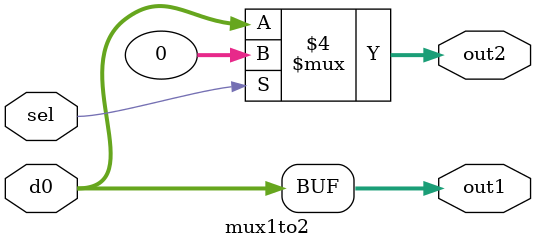
<source format=v>
`timescale 1ns / 1ps

module mux1to2(
        input  wire             sel,
        input  wire [31:0] d0,
        output wire [31:0] out1,
        output wire [31:0] out2
    );
    
    assign out1 = (sel == 1'b1) ? d0 : d0;
    assign out2 = (sel == 1'b1) ? 0 : d0;
    
endmodule

</source>
